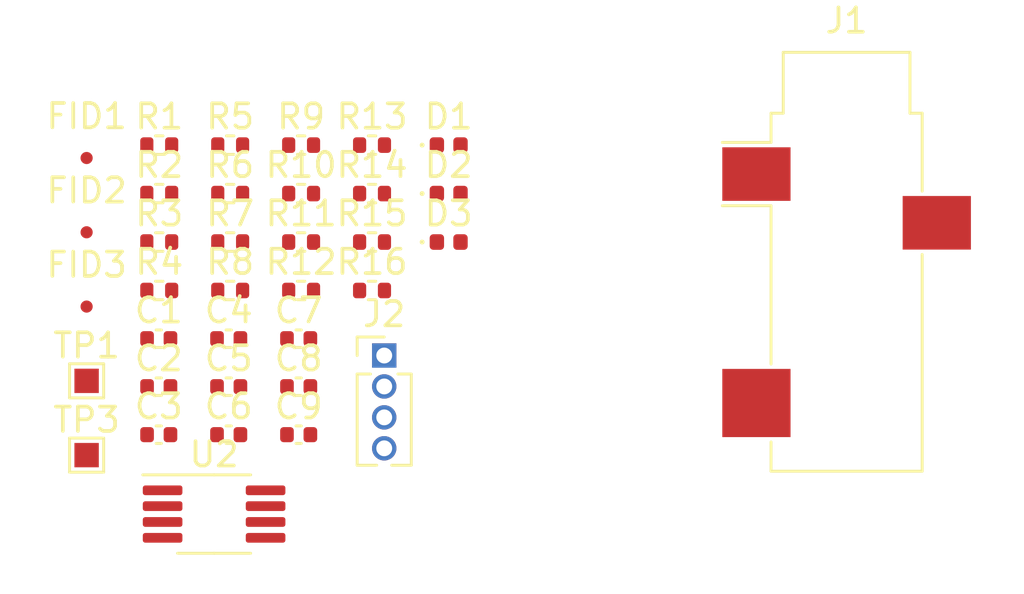
<source format=kicad_pcb>
(kicad_pcb (version 20221018) (generator pcbnew)
  (layers (0 "F.Cu" signal) (31 "B.Cu" signal) (34 "B.Paste" user) (35 "F.Paste" user) (36 "B.SilkS" user "B.Silkscreen") (37 "F.SilkS" user "F.Silkscreen") (38 "B.Mask" user) (39 "F.Mask" user) (44 "Edge.Cuts" user))
  (net 0 "")
  (net 1 "Net-(BT2--)")
  (net 2 "GND")
  (net 3 "Net-(BT1-+)")
  (net 4 "+9V")
  (net 5 "-9V")
  (net 6 "Net-(IC2-+IN_B)")
  (net 7 "Net-(IC2-OUT_B)")
  (net 8 "Net-(C8-Pad2)")
  (net 9 "Net-(IC2--IN_A)")
  (net 10 "Net-(IC2-OUT_A)")
  (net 11 "Net-(D3-A)")
  (net 12 "Cable_Ground")
  (net 13 "Right_Leg")
  (net 14 "IN2")
  (net 15 "IN1")
  (net 16 "Net-(R1-Pad1)")
  (net 17 "Net-(R1-Pad2)")
  (net 18 "RL_conn")
  (net 19 "Net-(R3-Pad2)")
  (net 20 "Net-(R4-Pad2)")
  (net 21 "Debug_LED")
  (net 23 "Net-(IC2-+IN_A)")
  (net 24 "Net-(U2B--)")
  (net 25 "In_amp")
  (net 26 "Net-(R13-Pad1)")
  (net 27 "OPAMP_Output")
  (footprint "Fiducial:Fiducial_0.5mm_Mask1.5mm" (layer "F.Cu") (at 85.33 43.22)
    (fp_text reference "FID2" (at 0 -1.7145) (layer "F.SilkS"))
    (fp_text value "Fiducial")
    (pad "" smd circle (at 0 0) (size 0.5 0.5) (layers "F.Cu" "F.Mask") (clearance 0.5))
  )
  (footprint "Capacitor_SMD:C_0402_1005Metric" (layer "F.Cu") (at 91.16 51.53)
    (fp_text reference "C6" (at 0 -1.16) (layer "F.SilkS"))
    (fp_text value "C")
    (fp_line (start -0.107836 -0.36) (end 0.107836 -0.36) (stroke (width 0.12)) (layer "F.SilkS"))
    (fp_line (start -0.107836 0.36) (end 0.107836 0.36) (stroke (width 0.12)) (layer "F.SilkS"))
    (pad "1" smd roundrect (at -0.48 0) (size 0.56 0.62) (layers "F.Cu" "F.Paste" "F.Mask") (net 5 "-9V"))
    (pad "2" smd roundrect (at 0.48 0) (size 0.56 0.62) (layers "F.Cu" "F.Paste" "F.Mask") (net 2 "GND"))
  )
  (footprint "Resistor_SMD:R_0402_1005Metric" (layer "F.Cu") (at 88.31 41.63)
    (fp_text reference "R2" (at 0 -1.17) (layer "F.SilkS"))
    (fp_text value "15")
    (fp_line (start -0.153641 -0.38) (end 0.153641 -0.38) (stroke (width 0.12)) (layer "F.SilkS"))
    (fp_line (start -0.153641 0.38) (end 0.153641 0.38) (stroke (width 0.12)) (layer "F.SilkS"))
    (pad "1" smd roundrect (at -0.51 0) (size 0.54 0.64) (layers "F.Cu" "F.Paste" "F.Mask") (net 17 "Net-(R1-Pad2)"))
    (pad "2" smd roundrect (at 0.51 0) (size 0.54 0.64) (layers "F.Cu" "F.Paste" "F.Mask") (net 18 "RL_conn"))
  )
  (footprint "Capacitor_SMD:C_0402_1005Metric" (layer "F.Cu") (at 91.16 47.59)
    (fp_text reference "C4" (at 0 -1.16) (layer "F.SilkS"))
    (fp_text value "100n")
    (fp_line (start -0.107836 -0.36) (end 0.107836 -0.36) (stroke (width 0.12)) (layer "F.SilkS"))
    (fp_line (start -0.107836 0.36) (end 0.107836 0.36) (stroke (width 0.12)) (layer "F.SilkS"))
    (pad "1" smd roundrect (at -0.48 0) (size 0.56 0.62) (layers "F.Cu" "F.Paste" "F.Mask") (net 5 "-9V"))
    (pad "2" smd roundrect (at 0.48 0) (size 0.56 0.62) (layers "F.Cu" "F.Paste" "F.Mask") (net 2 "GND"))
  )
  (footprint "Resistor_SMD:R_0402_1005Metric" (layer "F.Cu") (at 91.22 39.64)
    (fp_text reference "R5" (at 0 -1.17) (layer "F.SilkS"))
    (fp_text value "470")
    (fp_line (start -0.153641 -0.38) (end 0.153641 -0.38) (stroke (width 0.12)) (layer "F.SilkS"))
    (fp_line (start -0.153641 0.38) (end 0.153641 0.38) (stroke (width 0.12)) (layer "F.SilkS"))
    (pad "1" smd roundrect (at -0.51 0) (size 0.54 0.64) (layers "F.Cu" "F.Paste" "F.Mask") (net 21 "Debug_LED"))
    (pad "2" smd roundrect (at 0.51 0) (size 0.54 0.64) (layers "F.Cu" "F.Paste" "F.Mask") (net 11 "Net-(D3-A)"))
  )
  (footprint "Fiducial:Fiducial_0.5mm_Mask1.5mm" (layer "F.Cu") (at 85.33 40.17)
    (fp_text reference "FID1" (at 0 -1.7145) (layer "F.SilkS"))
    (fp_text value "Fiducial")
    (pad "" smd circle (at 0 0) (size 0.5 0.5) (layers "F.Cu" "F.Mask") (clearance 0.5))
  )
  (footprint "Capacitor_SMD:C_0402_1005Metric" (layer "F.Cu") (at 88.29 49.56)
    (fp_text reference "C2" (at 0 -1.16) (layer "F.SilkS"))
    (fp_text value "10n")
    (fp_line (start -0.107836 -0.36) (end 0.107836 -0.36) (stroke (width 0.12)) (layer "F.SilkS"))
    (fp_line (start -0.107836 0.36) (end 0.107836 0.36) (stroke (width 0.12)) (layer "F.SilkS"))
    (pad "1" smd roundrect (at -0.48 0) (size 0.56 0.62) (layers "F.Cu" "F.Paste" "F.Mask") (net 3 "Net-(BT1-+)"))
    (pad "2" smd roundrect (at 0.48 0) (size 0.56 0.62) (layers "F.Cu" "F.Paste" "F.Mask") (net 2 "GND"))
  )
  (footprint "Resistor_SMD:R_0402_1005Metric" (layer "F.Cu") (at 94.13 41.63)
    (fp_text reference "R10" (at 0 -1.17) (layer "F.SilkS"))
    (fp_text value "10k")
    (fp_line (start -0.153641 -0.38) (end 0.153641 -0.38) (stroke (width 0.12)) (layer "F.SilkS"))
    (fp_line (start -0.153641 0.38) (end 0.153641 0.38) (stroke (width 0.12)) (layer "F.SilkS"))
    (pad "1" smd roundrect (at -0.51 0) (size 0.54 0.64) (layers "F.Cu" "F.Paste" "F.Mask") (net 9 "Net-(IC2--IN_A)"))
    (pad "2" smd roundrect (at 0.51 0) (size 0.54 0.64) (layers "F.Cu" "F.Paste" "F.Mask") (net 25 "In_amp"))
  )
  (footprint "Resistor_SMD:R_0402_1005Metric" (layer "F.Cu") (at 94.13 39.64)
    (fp_text reference "R9" (at 0 -1.17) (layer "F.SilkS"))
    (fp_text value "10K")
    (fp_line (start -0.153641 -0.38) (end 0.153641 -0.38) (stroke (width 0.12)) (layer "F.SilkS"))
    (fp_line (start -0.153641 0.38) (end 0.153641 0.38) (stroke (width 0.12)) (layer "F.SilkS"))
    (pad "1" smd roundrect (at -0.51 0) (size 0.54 0.64) (layers "F.Cu" "F.Paste" "F.Mask") (net 24 "Net-(U2B--)"))
    (pad "2" smd roundrect (at 0.51 0) (size 0.54 0.64) (layers "F.Cu" "F.Paste" "F.Mask") (net 12 "Cable_Ground"))
  )
  (footprint "Package_SO:MSOP-8_3x3mm_P0.65mm" (layer "F.Cu") (at 90.56 54.79)
    (fp_text reference "U2" (at 0 -2.45) (layer "F.SilkS"))
    (fp_text value "AD8620")
    (fp_line (start 0 -1.61) (end -2.925 -1.61) (stroke (width 0.12)) (layer "F.SilkS"))
    (fp_line (start 0 -1.61) (end 1.5 -1.61) (stroke (width 0.12)) (layer "F.SilkS"))
    (fp_line (start 0 1.61) (end -1.5 1.61) (stroke (width 0.12)) (layer "F.SilkS"))
    (fp_line (start 0 1.61) (end 1.5 1.61) (stroke (width 0.12)) (layer "F.SilkS"))
    (pad "1" smd roundrect (at -2.1125 -0.975) (size 1.625 0.4) (layers "F.Cu" "F.Paste" "F.Mask") (net 12 "Cable_Ground"))
    (pad "2" smd roundrect (at -2.1125 -0.325) (size 1.625 0.4) (layers "F.Cu" "F.Paste" "F.Mask") (net 12 "Cable_Ground"))
    (pad "3" smd roundrect (at -2.1125 0.325) (size 1.625 0.4) (layers "F.Cu" "F.Paste" "F.Mask") (net 18 "RL_conn"))
    (pad "4" smd roundrect (at -2.1125 0.975) (size 1.625 0.4) (layers "F.Cu" "F.Paste" "F.Mask") (net 5 "-9V"))
    (pad "5" smd roundrect (at 2.1125 0.975) (size 1.625 0.4) (layers "F.Cu" "F.Paste" "F.Mask") (net 2 "GND"))
    (pad "6" smd roundrect (at 2.1125 0.325) (size 1.625 0.4) (layers "F.Cu" "F.Paste" "F.Mask") (net 24 "Net-(U2B--)"))
    (pad "7" smd roundrect (at 2.1125 -0.325) (size 1.625 0.4) (layers "F.Cu" "F.Paste" "F.Mask") (net 26 "Net-(R13-Pad1)"))
    (pad "8" smd roundrect (at 2.1125 -0.975) (size 1.625 0.4) (layers "F.Cu" "F.Paste" "F.Mask") (net 4 "+9V"))
  )
  (footprint "Capacitor_SMD:C_0402_1005Metric" (layer "F.Cu") (at 88.29 47.59)
    (fp_text reference "C1" (at 0 -1.16) (layer "F.SilkS"))
    (fp_text value "10n")
    (fp_line (start -0.107836 -0.36) (end 0.107836 -0.36) (stroke (width 0.12)) (layer "F.SilkS"))
    (fp_line (start -0.107836 0.36) (end 0.107836 0.36) (stroke (width 0.12)) (layer "F.SilkS"))
    (pad "1" smd roundrect (at -0.48 0) (size 0.56 0.62) (layers "F.Cu" "F.Paste" "F.Mask") (net 1 "Net-(BT2--)"))
    (pad "2" smd roundrect (at 0.48 0) (size 0.56 0.62) (layers "F.Cu" "F.Paste" "F.Mask") (net 2 "GND"))
  )
  (footprint "Diode_SMD:D_0402_1005Metric" (layer "F.Cu") (at 100.185 39.64)
    (fp_text reference "D1" (at 0 -1.17) (layer "F.SilkS"))
    (fp_text value "D_Schottky")
    (fp_circle (center -1.09 0) (end -1.04 0) (stroke (width 0.1)) (fill none) (layer "F.SilkS"))
    (pad "1" smd roundrect (at -0.485 0) (size 0.59 0.64) (layers "F.Cu" "F.Paste" "F.Mask") (net 1 "Net-(BT2--)"))
    (pad "2" smd roundrect (at 0.485 0) (size 0.59 0.64) (layers "F.Cu" "F.Paste" "F.Mask") (net 5 "-9V"))
  )
  (footprint "Capacitor_SMD:C_0402_1005Metric" (layer "F.Cu") (at 94.03 51.53)
    (fp_text reference "C9" (at 0 -1.16) (layer "F.SilkS"))
    (fp_text value "390n")
    (fp_line (start -0.107836 -0.36) (end 0.107836 -0.36) (stroke (width 0.12)) (layer "F.SilkS"))
    (fp_line (start -0.107836 0.36) (end 0.107836 0.36) (stroke (width 0.12)) (layer "F.SilkS"))
    (pad "1" smd roundrect (at -0.48 0) (size 0.56 0.62) (layers "F.Cu" "F.Paste" "F.Mask") (net 9 "Net-(IC2--IN_A)"))
    (pad "2" smd roundrect (at 0.48 0) (size 0.56 0.62) (layers "F.Cu" "F.Paste" "F.Mask") (net 10 "Net-(IC2-OUT_A)"))
  )
  (footprint "Resistor_SMD:R_0402_1005Metric" (layer "F.Cu") (at 94.13 43.62)
    (fp_text reference "R11" (at 0 -1.17) (layer "F.SilkS"))
    (fp_text value "10k")
    (fp_line (start -0.153641 -0.38) (end 0.153641 -0.38) (stroke (width 0.12)) (layer "F.SilkS"))
    (fp_line (start -0.153641 0.38) (end 0.153641 0.38) (stroke (width 0.12)) (layer "F.SilkS"))
    (pad "1" smd roundrect (at -0.51 0) (size 0.54 0.64) (layers "F.Cu" "F.Paste" "F.Mask") (net 10 "Net-(IC2-OUT_A)"))
    (pad "2" smd roundrect (at 0.51 0) (size 0.54 0.64) (layers "F.Cu" "F.Paste" "F.Mask") (net 8 "Net-(C8-Pad2)"))
  )
  (footprint "TestPoint:TestPoint_Pad_1.0x1.0mm" (layer "F.Cu") (at 85.33 52.37)
    (fp_text reference "TP3" (at 0 -1.448) (layer "F.SilkS"))
    (fp_text value "TestPoint")
    (fp_line (start -0.7 -0.7) (end 0.7 -0.7) (stroke (width 0.12)) (layer "F.SilkS"))
    (fp_line (start -0.7 0.7) (end -0.7 -0.7) (stroke (width 0.12)) (layer "F.SilkS"))
    (fp_line (start 0.7 -0.7) (end 0.7 0.7) (stroke (width 0.12)) (layer "F.SilkS"))
    (fp_line (start 0.7 0.7) (end -0.7 0.7) (stroke (width 0.12)) (layer "F.SilkS"))
    (pad "1" smd rect (at 0 0) (size 1 1) (layers "F.Cu" "F.Mask") (net 27 "OPAMP_Output"))
  )
  (footprint "Resistor_SMD:R_0402_1005Metric" (layer "F.Cu") (at 91.22 45.61)
    (fp_text reference "R8" (at 0 -1.17) (layer "F.SilkS"))
    (fp_text value "10k")
    (fp_line (start -0.153641 -0.38) (end 0.153641 -0.38) (stroke (width 0.12)) (layer "F.SilkS"))
    (fp_line (start -0.153641 0.38) (end 0.153641 0.38) (stroke (width 0.12)) (layer "F.SilkS"))
    (pad "1" smd roundrect (at -0.51 0) (size 0.54 0.64) (layers "F.Cu" "F.Paste" "F.Mask") (net 8 "Net-(C8-Pad2)"))
    (pad "2" smd roundrect (at 0.51 0) (size 0.54 0.64) (layers "F.Cu" "F.Paste" "F.Mask") (net 6 "Net-(IC2-+IN_B)"))
  )
  (footprint "Resistor_SMD:R_0402_1005Metric" (layer "F.Cu") (at 97.04 45.61)
    (fp_text reference "R16" (at 0 -1.17) (layer "F.SilkS"))
    (fp_text value "390k")
    (fp_line (start -0.153641 -0.38) (end 0.153641 -0.38) (stroke (width 0.12)) (layer "F.SilkS"))
    (fp_line (start -0.153641 0.38) (end 0.153641 0.38) (stroke (width 0.12)) (layer "F.SilkS"))
    (pad "1" smd roundrect (at -0.51 0) (size 0.54 0.64) (layers "F.Cu" "F.Paste" "F.Mask") (net 13 "Right_Leg"))
    (pad "2" smd roundrect (at 0.51 0) (size 0.54 0.64) (layers "F.Cu" "F.Paste" "F.Mask") (net 26 "Net-(R13-Pad1)"))
  )
  (footprint "Capacitor_SMD:C_0402_1005Metric" (layer "F.Cu") (at 91.16 49.56)
    (fp_text reference "C5" (at 0 -1.16) (layer "F.SilkS"))
    (fp_text value "C")
    (fp_line (start -0.107836 -0.36) (end 0.107836 -0.36) (stroke (width 0.12)) (layer "F.SilkS"))
    (fp_line (start -0.107836 0.36) (end 0.107836 0.36) (stroke (width 0.12)) (layer "F.SilkS"))
    (pad "1" smd roundrect (at -0.48 0) (size 0.56 0.62) (layers "F.Cu" "F.Paste" "F.Mask") (net 4 "+9V"))
    (pad "2" smd roundrect (at 0.48 0) (size 0.56 0.62) (layers "F.Cu" "F.Paste" "F.Mask") (net 2 "GND"))
  )
  (footprint "Fiducial:Fiducial_0.5mm_Mask1.5mm" (layer "F.Cu") (at 85.33 46.27)
    (fp_text reference "FID3" (at 0 -1.7145) (layer "F.SilkS"))
    (fp_text value "Fiducial")
    (pad "" smd circle (at 0 0) (size 0.5 0.5) (layers "F.Cu" "F.Mask") (clearance 0.5))
  )
  (footprint "Resistor_SMD:R_0402_1005Metric" (layer "F.Cu") (at 88.31 43.62)
    (fp_text reference "R3" (at 0 -1.17) (layer "F.SilkS"))
    (fp_text value "390")
    (fp_line (start -0.153641 -0.38) (end 0.153641 -0.38) (stroke (width 0.12)) (layer "F.SilkS"))
    (fp_line (start -0.153641 0.38) (end 0.153641 0.38) (stroke (width 0.12)) (layer "F.SilkS"))
    (pad "1" smd roundrect (at -0.51 0) (size 0.54 0.64) (layers "F.Cu" "F.Paste" "F.Mask") (net 18 "RL_conn"))
    (pad "2" smd roundrect (at 0.51 0) (size 0.54 0.64) (layers "F.Cu" "F.Paste" "F.Mask") (net 19 "Net-(R3-Pad2)"))
  )
  (footprint "Resistor_SMD:R_0402_1005Metric" (layer "F.Cu") (at 91.22 41.63)
    (fp_text reference "R6" (at 0 -1.17) (layer "F.SilkS"))
    (fp_text value "10k")
    (fp_line (start -0.153641 -0.38) (end 0.153641 -0.38) (stroke (width 0.12)) (layer "F.SilkS"))
    (fp_line (start -0.153641 0.38) (end 0.153641 0.38) (stroke (width 0.12)) (layer "F.SilkS"))
    (pad "1" smd roundrect (at -0.51 0) (size 0.54 0.64) (layers "F.Cu" "F.Paste" "F.Mask"))
    (pad "2" smd roundrect (at 0.51 0) (size 0.54 0.64) (layers "F.Cu" "F.Paste" "F.Mask") (net 23 "Net-(IC2-+IN_A)"))
  )
  (footprint "Resistor_SMD:R_0402_1005Metric" (layer "F.Cu") (at 97.04 43.62)
    (fp_text reference "R15" (at 0 -1.17) (layer "F.SilkS"))
    (fp_text value "10k")
    (fp_line (start -0.153641 -0.38) (end 0.153641 -0.38) (stroke (width 0.12)) (layer "F.SilkS"))
    (fp_line (start -0.153641 0.38) (end 0.153641 0.38) (stroke (width 0.12)) (layer "F.SilkS"))
    (pad "1" smd roundrect (at -0.51 0) (size 0.54 0.64) (layers "F.Cu" "F.Paste" "F.Mask") (net 27 "OPAMP_Output"))
    (pad "2" smd roundrect (at 0.51 0) (size 0.54 0.64) (layers "F.Cu" "F.Paste" "F.Mask") (net 2 "GND"))
  )
  (footprint "Resistor_SMD:R_0402_1005Metric" (layer "F.Cu") (at 91.22 43.62)
    (fp_text reference "R7" (at 0 -1.17) (layer "F.SilkS"))
    (fp_text value "2k")
    (fp_line (start -0.153641 -0.38) (end 0.153641 -0.38) (stroke (width 0.12)) (layer "F.SilkS"))
    (fp_line (start -0.153641 0.38) (end 0.153641 0.38) (stroke (width 0.12)) (layer "F.SilkS"))
    (pad "1" smd roundrect (at -0.51 0) (size 0.54 0.64) (layers "F.Cu" "F.Paste" "F.Mask") (net 23 "Net-(IC2-+IN_A)"))
    (pad "2" smd roundrect (at 0.51 0) (size 0.54 0.64) (layers "F.Cu" "F.Paste" "F.Mask") (net 2 "GND"))
  )
  (footprint "Connector_Audio:Jack_3.5mm_CUI_SJ-3523-SMT_Horizontal" (layer "F.Cu") (at 116.51 44.43)
    (fp_text reference "J1" (at 0 -9.9) (layer "F.SilkS"))
    (fp_text value "AudioJack2_Ground")
    (fp_line (start -3.1 -6.1) (end -2.6 -6.1) (stroke (width 0.12)) (layer "F.SilkS"))
    (fp_line (start -3.1 -4.9) (end -5.1 -4.9) (stroke (width 0.12)) (layer "F.SilkS"))
    (fp_line (start -3.1 -4.9) (end -3.1 -6.1) (stroke (width 0.12)) (layer "F.SilkS"))
    (fp_line (start -3.1 -2.3) (end -5.1 -2.3) (stroke (width 0.12)) (layer "F.SilkS"))
    (fp_line (start -3.1 4.2) (end -3.1 -2.3) (stroke (width 0.12)) (layer "F.SilkS"))
    (fp_line (start -3.1 8.6) (end -3.1 7.4) (stroke (width 0.12)) (layer "F.SilkS"))
    (fp_line (start -2.6 -8.6) (end 2.6 -8.6) (stroke (width 0.12)) (layer "F.SilkS"))
    (fp_line (start -2.6 -6.1) (end -2.6 -8.6) (stroke (width 0.12)) (layer "F.SilkS"))
    (fp_line (start 2.6 -8.6) (end 2.6 -6.1) (stroke (width 0.12)) (layer "F.SilkS"))
    (fp_line (start 2.6 -6.1) (end 3.1 -6.1) (stroke (width 0.12)) (layer "F.SilkS"))
    (fp_line (start 3.1 -6.1) (end 3.1 -2.9) (stroke (width 0.12)) (layer "F.SilkS"))
    (fp_line (start 3.1 -0.3) (end 3.1 8.6) (stroke (width 0.12)) (layer "F.SilkS"))
    (fp_line (start 3.1 8.6) (end -3.1 8.6) (stroke (width 0.12)) (layer "F.SilkS"))
    (pad "" np_thru_hole circle (at 0 -2.5) (size 1.7 1.7) (drill 1.7) (layers "*.Cu" "*.Mask"))
    (pad "" np_thru_hole circle (at 0 4.5) (size 1.7 1.7) (drill 1.7) (layers "*.Cu" "*.Mask"))
    (pad "R" smd rect (at 3.7 -1.6) (size 2.8 2.2) (layers "F.Cu" "F.Paste" "F.Mask"))
    (pad "S" smd rect (at -3.7 -3.6) (size 2.8 2.2) (layers "F.Cu" "F.Paste" "F.Mask"))
    (pad "T" smd rect (at -3.7 5.8) (size 2.8 2.8) (layers "F.Cu" "F.Paste" "F.Mask"))
  )
  (footprint "Resistor_SMD:R_0402_1005Metric" (layer "F.Cu") (at 88.31 39.64)
    (fp_text reference "R1" (at 0 -1.17) (layer "F.SilkS"))
    (fp_text value "390")
    (fp_line (start -0.153641 -0.38) (end 0.153641 -0.38) (stroke (width 0.12)) (layer "F.SilkS"))
    (fp_line (start -0.153641 0.38) (end 0.153641 0.38) (stroke (width 0.12)) (layer "F.SilkS"))
    (pad "1" smd roundrect (at -0.51 0) (size 0.54 0.64) (layers "F.Cu" "F.Paste" "F.Mask") (net 16 "Net-(R1-Pad1)"))
    (pad "2" smd roundrect (at 0.51 0) (size 0.54 0.64) (layers "F.Cu" "F.Paste" "F.Mask") (net 17 "Net-(R1-Pad2)"))
  )
  (footprint "Diode_SMD:D_0402_1005Metric" (layer "F.Cu") (at 100.185 41.63)
    (fp_text reference "D2" (at 0 -1.17) (layer "F.SilkS"))
    (fp_text value "D_Schottky")
    (fp_circle (center -1.09 0) (end -1.04 0) (stroke (width 0.1)) (fill none) (layer "F.SilkS"))
    (pad "1" smd roundrect (at -0.485 0) (size 0.59 0.64) (layers "F.Cu" "F.Paste" "F.Mask") (net 4 "+9V"))
    (pad "2" smd roundrect (at 0.485 0) (size 0.59 0.64) (layers "F.Cu" "F.Paste" "F.Mask") (net 3 "Net-(BT1-+)"))
  )
  (footprint "Capacitor_SMD:C_0402_1005Metric" (layer "F.Cu") (at 94.03 49.56)
    (fp_text reference "C8" (at 0 -1.16) (layer "F.SilkS"))
    (fp_text value "390n")
    (fp_line (start -0.107836 -0.36) (end 0.107836 -0.36) (stroke (width 0.12)) (layer "F.SilkS"))
    (fp_line (start -0.107836 0.36) (end 0.107836 0.36) (stroke (width 0.12)) (layer "F.SilkS"))
    (pad "1" smd roundrect (at -0.48 0) (size 0.56 0.62) (layers "F.Cu" "F.Paste" "F.Mask") (net 7 "Net-(IC2-OUT_B)"))
    (pad "2" smd roundrect (at 0.48 0) (size 0.56 0.62) (layers "F.Cu" "F.Paste" "F.Mask") (net 8 "Net-(C8-Pad2)"))
  )
  (footprint "LED_SMD:LED_0402_1005Metric" (layer "F.Cu") (at 100.185 43.62)
    (fp_text reference "D3" (at 0 -1.17) (layer "F.SilkS"))
    (fp_text value "LED")
    (fp_circle (center -1.09 0) (end -1.04 0) (stroke (width 0.1)) (fill none) (layer "F.SilkS"))
    (pad "1" smd roundrect (at -0.485 0) (size 0.59 0.64) (layers "F.Cu" "F.Paste" "F.Mask") (net 2 "GND"))
    (pad "2" smd roundrect (at 0.485 0) (size 0.59 0.64) (layers "F.Cu" "F.Paste" "F.Mask") (net 11 "Net-(D3-A)"))
  )
  (footprint "Resistor_SMD:R_0402_1005Metric" (layer "F.Cu") (at 97.04 39.64)
    (fp_text reference "R13" (at 0 -1.17) (layer "F.SilkS"))
    (fp_text value "390K")
    (fp_line (start -0.153641 -0.38) (end 0.153641 -0.38) (stroke (width 0.12)) (layer "F.SilkS"))
    (fp_line (start -0.153641 0.38) (end 0.153641 0.38) (stroke (width 0.12)) (layer "F.SilkS"))
    (pad "1" smd roundrect (at -0.51 0) (size 0.54 0.64) (layers "F.Cu" "F.Paste" "F.Mask") (net 26 "Net-(R13-Pad1)"))
    (pad "2" smd roundrect (at 0.51 0) (size 0.54 0.64) (layers "F.Cu" "F.Paste" "F.Mask") (net 24 "Net-(U2B--)"))
  )
  (footprint "Resistor_SMD:R_0402_1005Metric" (layer "F.Cu") (at 97.04 41.63)
    (fp_text reference "R14" (at 0 -1.17) (layer "F.SilkS"))
    (fp_text value "5k8")
    (fp_line (start -0.153641 -0.38) (end 0.153641 -0.38) (stroke (width 0.12)) (layer "F.SilkS"))
    (fp_line (start -0.153641 0.38) (end 0.153641 0.38) (stroke (width 0.12)) (layer "F.SilkS"))
    (pad "1" smd roundrect (at -0.51 0) (size 0.54 0.64) (layers "F.Cu" "F.Paste" "F.Mask") (net 7 "Net-(IC2-OUT_B)"))
    (pad "2" smd roundrect (at 0.51 0) (size 0.54 0.64) (layers "F.Cu" "F.Paste" "F.Mask") (net 27 "OPAMP_Output"))
  )
  (footprint "Resistor_SMD:R_0402_1005Metric" (layer "F.Cu") (at 88.31 45.61)
    (fp_text reference "R4" (at 0 -1.17) (layer "F.SilkS"))
    (fp_text value "15")
    (fp_line (start -0.153641 -0.38) (end 0.153641 -0.38) (stroke (width 0.12)) (layer "F.SilkS"))
    (fp_line (start -0.153641 0.38) (end 0.153641 0.38) (stroke (width 0.12)) (layer "F.SilkS"))
    (pad "1" smd roundrect (at -0.51 0) (size 0.54 0.64) (layers "F.Cu" "F.Paste" "F.Mask") (net 19 "Net-(R3-Pad2)"))
    (pad "2" smd roundrect (at 0.51 0) (size 0.54 0.64) (layers "F.Cu" "F.Paste" "F.Mask") (net 20 "Net-(R4-Pad2)"))
  )
  (footprint "Connector_PinHeader_1.27mm:PinHeader_1x04_P1.27mm_Vertical" (layer "F.Cu") (at 97.54 48.28)
    (fp_text reference "J2" (at 0 -1.695) (layer "F.SilkS"))
    (fp_text value "Conn_01x04_Pin")
    (fp_line (start -1.11 -0.76) (end 0 -0.76) (stroke (width 0.12)) (layer "F.SilkS"))
    (fp_line (start -1.11 0) (end -1.11 -0.76) (stroke (width 0.12)) (layer "F.SilkS"))
    (fp_line (start -1.11 0.76) (end -1.11 4.505) (stroke (width 0.12)) (layer "F.SilkS"))
    (fp_line (start -1.11 0.76) (end -0.563471 0.76) (stroke (width 0.12)) (layer "F.SilkS"))
    (fp_line (start -1.11 4.505) (end -0.30753 4.505) (stroke (width 0.12)) (layer "F.SilkS"))
    (fp_line (start 0.30753 4.505) (end 1.11 4.505) (stroke (width 0.12)) (layer "F.SilkS"))
    (fp_line (start 0.563471 0.76) (end 1.11 0.76) (stroke (width 0.12)) (layer "F.SilkS"))
    (fp_line (start 1.11 0.76) (end 1.11 4.505) (stroke (width 0.12)) (layer "F.SilkS"))
    (pad "1" thru_hole rect (at 0 0) (size 1 1) (drill 0.65) (layers "*.Cu" "*.Mask") (net 12 "Cable_Ground"))
    (pad "2" thru_hole oval (at 0 1.27) (size 1 1) (drill 0.65) (layers "*.Cu" "*.Mask") (net 13 "Right_Leg"))
    (pad "3" thru_hole oval (at 0 2.54) (size 1 1) (drill 0.65) (layers "*.Cu" "*.Mask") (net 14 "IN2"))
    (pad "4" thru_hole oval (at 0 3.81) (size 1 1) (drill 0.65) (layers "*.Cu" "*.Mask") (net 15 "IN1"))
  )
  (footprint "Resistor_SMD:R_0402_1005Metric" (layer "F.Cu") (at 94.13 45.61)
    (fp_text reference "R12" (at 0 -1.17) (layer "F.SilkS"))
    (fp_text value "10k")
    (fp_line (start -0.153641 -0.38) (end 0.153641 -0.38) (stroke (width 0.12)) (layer "F.SilkS"))
    (fp_line (start -0.153641 0.38) (end 0.153641 0.38) (stroke (width 0.12)) (layer "F.SilkS"))
    (pad "1" smd roundrect (at -0.51 0) (size 0.54 0.64) (layers "F.Cu" "F.Paste" "F.Mask") (net 10 "Net-(IC2-OUT_A)"))
    (pad "2" smd roundrect (at 0.51 0) (size 0.54 0.64) (layers "F.Cu" "F.Paste" "F.Mask") (net 9 "Net-(IC2--IN_A)"))
  )
  (footprint "Capacitor_SMD:C_0402_1005Metric" (layer "F.Cu") (at 94.03 47.59)
    (fp_text reference "C7" (at 0 -1.16) (layer "F.SilkS"))
    (fp_text value "390n")
    (fp_line (start -0.107836 -0.36) (end 0.107836 -0.36) (stroke (width 0.12)) (layer "F.SilkS"))
    (fp_line (start -0.107836 0.36) (end 0.107836 0.36) (stroke (width 0.12)) (layer "F.SilkS"))
    (pad "1" smd roundrect (at -0.48 0) (size 0.56 0.62) (layers "F.Cu" "F.Paste" "F.Mask") (net 6 "Net-(IC2-+IN_B)"))
    (pad "2" smd roundrect (at 0.48 0) (size 0.56 0.62) (layers "F.Cu" "F.Paste" "F.Mask") (net 2 "GND"))
  )
  (footprint "TestPoint:TestPoint_Pad_1.0x1.0mm" (layer "F.Cu") (at 85.33 49.32)
    (fp_text reference "TP1" (at 0 -1.448) (layer "F.SilkS"))
    (fp_text value "TestPoint")
    (fp_line (start -0.7 -0.7) (end 0.7 -0.7) (stroke (width 0.12)) (layer "F.SilkS"))
    (fp_line (start -0.7 0.7) (end -0.7 -0.7) (stroke (width 0.12)) (layer "F.SilkS"))
    (fp_line (start 0.7 -0.7) (end 0.7 0.7) (stroke (width 0.12)) (layer "F.SilkS"))
    (fp_line (start 0.7 0.7) (end -0.7 0.7) (stroke (width 0.12)) (layer "F.SilkS"))
    (pad "1" smd rect (at 0 0) (size 1 1) (layers "F.Cu" "F.Mask") (net 25 "In_amp"))
  )
  (footprint "Capacitor_SMD:C_0402_1005Metric" (layer "F.Cu") (at 88.29 51.53)
    (fp_text reference "C3" (at 0 -1.16) (layer "F.SilkS"))
    (fp_text value "100n")
    (fp_line (start -0.107836 -0.36) (end 0.107836 -0.36) (stroke (width 0.12)) (layer "F.SilkS"))
    (fp_line (start -0.107836 0.36) (end 0.107836 0.36) (stroke (width 0.12)) (layer "F.SilkS"))
    (pad "1" smd roundrect (at -0.48 0) (size 0.56 0.62) (layers "F.Cu" "F.Paste" "F.Mask") (net 2 "GND"))
    (pad "2" smd roundrect (at 0.48 0) (size 0.56 0.62) (layers "F.Cu" "F.Paste" "F.Mask") (net 4 "+9V"))
  )
)
</source>
